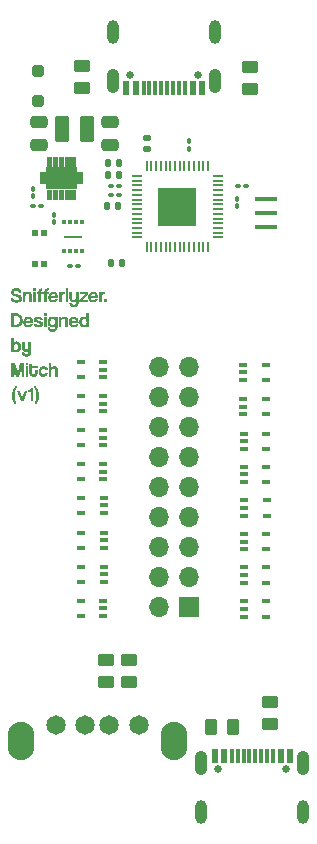
<source format=gbr>
%TF.GenerationSoftware,KiCad,Pcbnew,8.0.2*%
%TF.CreationDate,2024-05-20T21:07:15-07:00*%
%TF.ProjectId,snifferlyzer,736e6966-6665-4726-9c79-7a65722e6b69,rev?*%
%TF.SameCoordinates,Original*%
%TF.FileFunction,Soldermask,Top*%
%TF.FilePolarity,Negative*%
%FSLAX46Y46*%
G04 Gerber Fmt 4.6, Leading zero omitted, Abs format (unit mm)*
G04 Created by KiCad (PCBNEW 8.0.2) date 2024-05-20 21:07:15*
%MOMM*%
%LPD*%
G01*
G04 APERTURE LIST*
G04 Aperture macros list*
%AMRoundRect*
0 Rectangle with rounded corners*
0 $1 Rounding radius*
0 $2 $3 $4 $5 $6 $7 $8 $9 X,Y pos of 4 corners*
0 Add a 4 corners polygon primitive as box body*
4,1,4,$2,$3,$4,$5,$6,$7,$8,$9,$2,$3,0*
0 Add four circle primitives for the rounded corners*
1,1,$1+$1,$2,$3*
1,1,$1+$1,$4,$5*
1,1,$1+$1,$6,$7*
1,1,$1+$1,$8,$9*
0 Add four rect primitives between the rounded corners*
20,1,$1+$1,$2,$3,$4,$5,0*
20,1,$1+$1,$4,$5,$6,$7,0*
20,1,$1+$1,$6,$7,$8,$9,0*
20,1,$1+$1,$8,$9,$2,$3,0*%
G04 Aperture macros list end*
%ADD10C,0.150000*%
%ADD11C,0.010000*%
%ADD12RoundRect,0.100000X0.225000X0.100000X-0.225000X0.100000X-0.225000X-0.100000X0.225000X-0.100000X0*%
%ADD13RoundRect,0.100000X-0.225000X-0.100000X0.225000X-0.100000X0.225000X0.100000X-0.225000X0.100000X0*%
%ADD14R,0.500000X0.550000*%
%ADD15RoundRect,0.250000X-0.450000X0.262500X-0.450000X-0.262500X0.450000X-0.262500X0.450000X0.262500X0*%
%ADD16R,0.300000X0.400000*%
%ADD17R,1.600000X0.200000*%
%ADD18C,1.650000*%
%ADD19O,2.250000X3.250000*%
%ADD20RoundRect,0.100000X0.100000X-0.130000X0.100000X0.130000X-0.100000X0.130000X-0.100000X-0.130000X0*%
%ADD21RoundRect,0.140000X-0.140000X-0.170000X0.140000X-0.170000X0.140000X0.170000X-0.140000X0.170000X0*%
%ADD22R,1.900000X0.400000*%
%ADD23RoundRect,0.140000X0.140000X0.170000X-0.140000X0.170000X-0.140000X-0.170000X0.140000X-0.170000X0*%
%ADD24RoundRect,0.100000X-0.130000X-0.100000X0.130000X-0.100000X0.130000X0.100000X-0.130000X0.100000X0*%
%ADD25RoundRect,0.250000X-0.375000X-0.850000X0.375000X-0.850000X0.375000X0.850000X-0.375000X0.850000X0*%
%ADD26RoundRect,0.100000X0.130000X0.100000X-0.130000X0.100000X-0.130000X-0.100000X0.130000X-0.100000X0*%
%ADD27RoundRect,0.050000X0.050000X-0.387500X0.050000X0.387500X-0.050000X0.387500X-0.050000X-0.387500X0*%
%ADD28RoundRect,0.050000X0.387500X-0.050000X0.387500X0.050000X-0.387500X0.050000X-0.387500X-0.050000X0*%
%ADD29R,3.200000X3.200000*%
%ADD30RoundRect,0.250000X0.475000X-0.250000X0.475000X0.250000X-0.475000X0.250000X-0.475000X-0.250000X0*%
%ADD31R,1.700000X1.700000*%
%ADD32O,1.700000X1.700000*%
%ADD33RoundRect,0.140000X-0.170000X0.140000X-0.170000X-0.140000X0.170000X-0.140000X0.170000X0.140000X0*%
%ADD34RoundRect,0.250000X0.450000X-0.262500X0.450000X0.262500X-0.450000X0.262500X-0.450000X-0.262500X0*%
%ADD35RoundRect,0.250000X-0.262500X-0.450000X0.262500X-0.450000X0.262500X0.450000X-0.262500X0.450000X0*%
%ADD36C,0.650000*%
%ADD37R,0.600000X1.150000*%
%ADD38R,0.300000X1.150000*%
%ADD39O,1.050000X2.100000*%
%ADD40O,1.000000X2.000000*%
%ADD41RoundRect,0.100000X-0.100000X0.130000X-0.100000X-0.130000X0.100000X-0.130000X0.100000X0.130000X0*%
%ADD42RoundRect,0.250000X-0.475000X0.250000X-0.475000X-0.250000X0.475000X-0.250000X0.475000X0.250000X0*%
%ADD43RoundRect,0.250000X0.250000X-0.250000X0.250000X0.250000X-0.250000X0.250000X-0.250000X-0.250000X0*%
G04 APERTURE END LIST*
D10*
G36*
X189803438Y-113282487D02*
G01*
X189792971Y-113202981D01*
X189768190Y-113130326D01*
X189729405Y-113065679D01*
X189676928Y-113010194D01*
X189611070Y-112965028D01*
X189553083Y-112938619D01*
X189487875Y-112919153D01*
X189415578Y-112907115D01*
X189336324Y-112902994D01*
X189260297Y-112906847D01*
X189191755Y-112918104D01*
X189130696Y-112936312D01*
X189060923Y-112970620D01*
X189004447Y-113015407D01*
X188961266Y-113069600D01*
X188931375Y-113132126D01*
X188914771Y-113201911D01*
X188911036Y-113258368D01*
X188916097Y-113322059D01*
X188935188Y-113387557D01*
X188967897Y-113442418D01*
X189013608Y-113488009D01*
X189071707Y-113525692D01*
X189105209Y-113541995D01*
X189169561Y-113566729D01*
X189231984Y-113585495D01*
X189292076Y-113600739D01*
X189359957Y-113616291D01*
X189423641Y-113630227D01*
X189483976Y-113645985D01*
X189544594Y-113672104D01*
X189591497Y-113718221D01*
X189604075Y-113775552D01*
X189592465Y-113836312D01*
X189551939Y-113889630D01*
X189494134Y-113920841D01*
X189429056Y-113935177D01*
X189378150Y-113937973D01*
X189309430Y-113932776D01*
X189249846Y-113917595D01*
X189191686Y-113887064D01*
X189144210Y-113835810D01*
X189121054Y-113769326D01*
X189119253Y-113747769D01*
X188884780Y-113747769D01*
X188891279Y-113817048D01*
X188907504Y-113879436D01*
X188943351Y-113951930D01*
X188994291Y-114012244D01*
X189059068Y-114060417D01*
X189115976Y-114088603D01*
X189179431Y-114109998D01*
X189248904Y-114124619D01*
X189323864Y-114132482D01*
X189376624Y-114133978D01*
X189450710Y-114130962D01*
X189520095Y-114121827D01*
X189584213Y-114106443D01*
X189642499Y-114084680D01*
X189710168Y-114045517D01*
X189765129Y-113994475D01*
X189806043Y-113931247D01*
X189831573Y-113855526D01*
X189839819Y-113790351D01*
X189840380Y-113767003D01*
X189834705Y-113697204D01*
X189814238Y-113629089D01*
X189781109Y-113575577D01*
X189729612Y-113528123D01*
X189667859Y-113492852D01*
X189658419Y-113488567D01*
X189596477Y-113464457D01*
X189535602Y-113445061D01*
X189469162Y-113426546D01*
X189398691Y-113408632D01*
X189337992Y-113393962D01*
X189313426Y-113388122D01*
X189248734Y-113369373D01*
X189192777Y-113343637D01*
X189145948Y-113297178D01*
X189133297Y-113242797D01*
X189150166Y-113179118D01*
X189200150Y-113134833D01*
X189261320Y-113114710D01*
X189328910Y-113107995D01*
X189341514Y-113107853D01*
X189405031Y-113112047D01*
X189467182Y-113128228D01*
X189521085Y-113162643D01*
X189555902Y-113213993D01*
X189572629Y-113282487D01*
X189803438Y-113282487D01*
G37*
G36*
X190684544Y-114094900D02*
G01*
X190684544Y-113502305D01*
X190679041Y-113436342D01*
X190657631Y-113365588D01*
X190621714Y-113308108D01*
X190573042Y-113264195D01*
X190513369Y-113234144D01*
X190444451Y-113218247D01*
X190399391Y-113215625D01*
X190338214Y-113219439D01*
X190274100Y-113233893D01*
X190211341Y-113263949D01*
X190160618Y-113307702D01*
X190120954Y-113364613D01*
X190120954Y-113235165D01*
X189904188Y-113235165D01*
X189904188Y-114094900D01*
X190131640Y-114094900D01*
X190131640Y-113602445D01*
X190137750Y-113535608D01*
X190160455Y-113474967D01*
X190207226Y-113428642D01*
X190266629Y-113408321D01*
X190308410Y-113405219D01*
X190369829Y-113411098D01*
X190426665Y-113445118D01*
X190450997Y-113509545D01*
X190455261Y-113574357D01*
X190455261Y-114094900D01*
X190684544Y-114094900D01*
G37*
G36*
X191016104Y-114094900D02*
G01*
X191016104Y-113235165D01*
X190788653Y-113235165D01*
X190788653Y-114094900D01*
X191016104Y-114094900D01*
G37*
G36*
X191016104Y-113134415D02*
G01*
X191016104Y-112922534D01*
X190788653Y-112922534D01*
X190788653Y-113134415D01*
X191016104Y-113134415D01*
G37*
G36*
X191432538Y-114094900D02*
G01*
X191432538Y-113396365D01*
X191579389Y-113396365D01*
X191579389Y-113235165D01*
X191432538Y-113235165D01*
X191438444Y-113173818D01*
X191478662Y-113121332D01*
X191544040Y-113107177D01*
X191574199Y-113106327D01*
X191574199Y-112922534D01*
X191508529Y-112925301D01*
X191431154Y-112937585D01*
X191365375Y-112959665D01*
X191311146Y-112991512D01*
X191259530Y-113045013D01*
X191225799Y-113113675D01*
X191211628Y-113179482D01*
X191208445Y-113235165D01*
X191080523Y-113235165D01*
X191080523Y-113396365D01*
X191208445Y-113396365D01*
X191208445Y-114094900D01*
X191432538Y-114094900D01*
G37*
G36*
X191947890Y-114094900D02*
G01*
X191947890Y-113396365D01*
X192094741Y-113396365D01*
X192094741Y-113235165D01*
X191947890Y-113235165D01*
X191953796Y-113173818D01*
X191994014Y-113121332D01*
X192059392Y-113107177D01*
X192089551Y-113106327D01*
X192089551Y-112922534D01*
X192023882Y-112925301D01*
X191946506Y-112937585D01*
X191880727Y-112959665D01*
X191826498Y-112991512D01*
X191774883Y-113045013D01*
X191741151Y-113113675D01*
X191726981Y-113179482D01*
X191723798Y-113235165D01*
X191595875Y-113235165D01*
X191595875Y-113396365D01*
X191723798Y-113396365D01*
X191723798Y-114094900D01*
X191947890Y-114094900D01*
G37*
G36*
X192516641Y-113216128D02*
G01*
X192585438Y-113223655D01*
X192647591Y-113240186D01*
X192719989Y-113276176D01*
X192780246Y-113328036D01*
X192817356Y-113377297D01*
X192847449Y-113435408D01*
X192870446Y-113502334D01*
X192886267Y-113578043D01*
X192894830Y-113662501D01*
X192896469Y-113723650D01*
X192303264Y-113723650D01*
X192311303Y-113780161D01*
X192332875Y-113838027D01*
X192373110Y-113889945D01*
X192427928Y-113922826D01*
X192495605Y-113934310D01*
X192560770Y-113924057D01*
X192617720Y-113890994D01*
X192649783Y-113838139D01*
X192884256Y-113838139D01*
X192873377Y-113870373D01*
X192845626Y-113929279D01*
X192810343Y-113980552D01*
X192756489Y-114033511D01*
X192692804Y-114073625D01*
X192635501Y-114096125D01*
X192573146Y-114109817D01*
X192506291Y-114114439D01*
X192429352Y-114110298D01*
X192359967Y-114097894D01*
X192298139Y-114077256D01*
X192243871Y-114048413D01*
X192183279Y-113997241D01*
X192136140Y-113931600D01*
X192109618Y-113872915D01*
X192090669Y-113806159D01*
X192079298Y-113731359D01*
X192075507Y-113648546D01*
X192077283Y-113600616D01*
X192080072Y-113580158D01*
X192310286Y-113580158D01*
X192661995Y-113580158D01*
X192661419Y-113568697D01*
X192645366Y-113498971D01*
X192605667Y-113441512D01*
X192549940Y-113407351D01*
X192485225Y-113396060D01*
X192460089Y-113397838D01*
X192399004Y-113419376D01*
X192350370Y-113463847D01*
X192321808Y-113520087D01*
X192310286Y-113580158D01*
X192080072Y-113580158D01*
X192086512Y-113532929D01*
X192103443Y-113470649D01*
X192127876Y-113414181D01*
X192171780Y-113348631D01*
X192228196Y-113295092D01*
X192296651Y-113254522D01*
X192355609Y-113233182D01*
X192420874Y-113220082D01*
X192492247Y-113215625D01*
X192516641Y-113216128D01*
G37*
G36*
X193201772Y-114094900D02*
G01*
X193201772Y-113650072D01*
X193208979Y-113580094D01*
X193235747Y-113516554D01*
X193282526Y-113472635D01*
X193349563Y-113448472D01*
X193409989Y-113443382D01*
X193470908Y-113448262D01*
X193472882Y-113448572D01*
X193472882Y-113215625D01*
X193443267Y-113215625D01*
X193374746Y-113219098D01*
X193308857Y-113235394D01*
X193253905Y-113267101D01*
X193209175Y-113311942D01*
X193187728Y-113341716D01*
X193187728Y-113235165D01*
X192974321Y-113235165D01*
X192974321Y-114094900D01*
X193201772Y-114094900D01*
G37*
G36*
X193763531Y-114094900D02*
G01*
X193763531Y-112922534D01*
X193536080Y-112922534D01*
X193536080Y-114094900D01*
X193763531Y-114094900D01*
G37*
G36*
X194407416Y-114113523D02*
G01*
X194399915Y-114176138D01*
X194374685Y-114235727D01*
X194329401Y-114283659D01*
X194272744Y-114307252D01*
X194249879Y-114309223D01*
X194189182Y-114302402D01*
X194127788Y-114273302D01*
X194088718Y-114223515D01*
X194071974Y-114155417D01*
X194071277Y-114135810D01*
X193859701Y-114135810D01*
X193863063Y-114198397D01*
X193877986Y-114273802D01*
X193904804Y-114339534D01*
X193943478Y-114395071D01*
X193993968Y-114439891D01*
X194056236Y-114473472D01*
X194130241Y-114495290D01*
X194193424Y-114503621D01*
X194239194Y-114505227D01*
X194319570Y-114498645D01*
X194394140Y-114479129D01*
X194461390Y-114447026D01*
X194519806Y-114402684D01*
X194567875Y-114346449D01*
X194604084Y-114278668D01*
X194622547Y-114220465D01*
X194632849Y-114156109D01*
X194634867Y-114109859D01*
X194634867Y-113235165D01*
X194407416Y-113235165D01*
X194407416Y-113752654D01*
X194394593Y-113815971D01*
X194358644Y-113866265D01*
X194303346Y-113899443D01*
X194242058Y-113911216D01*
X194232477Y-113911412D01*
X194169069Y-113901375D01*
X194115100Y-113860842D01*
X194090726Y-113798118D01*
X194087152Y-113752654D01*
X194087152Y-113235165D01*
X193859701Y-113235165D01*
X193859701Y-113785322D01*
X193865838Y-113852357D01*
X193883553Y-113912648D01*
X193920386Y-113977497D01*
X193971637Y-114029432D01*
X194035264Y-114067131D01*
X194093706Y-114086153D01*
X194157718Y-114094543D01*
X194174469Y-114094900D01*
X194242307Y-114088516D01*
X194303436Y-114069954D01*
X194360976Y-114034959D01*
X194400792Y-113986526D01*
X194407416Y-113972473D01*
X194407416Y-114113523D01*
G37*
G36*
X195450028Y-114094900D02*
G01*
X195450028Y-113909580D01*
X194998484Y-113909580D01*
X195437815Y-113418957D01*
X195437815Y-113235165D01*
X194737754Y-113235165D01*
X194737754Y-113415599D01*
X195147166Y-113415599D01*
X194707835Y-113919961D01*
X194707835Y-114094900D01*
X195450028Y-114094900D01*
G37*
G36*
X195903068Y-113216128D02*
G01*
X195971865Y-113223655D01*
X196034018Y-113240186D01*
X196106416Y-113276176D01*
X196166673Y-113328036D01*
X196203783Y-113377297D01*
X196233876Y-113435408D01*
X196256873Y-113502334D01*
X196272694Y-113578043D01*
X196281257Y-113662501D01*
X196282896Y-113723650D01*
X195689691Y-113723650D01*
X195697730Y-113780161D01*
X195719302Y-113838027D01*
X195759537Y-113889945D01*
X195814355Y-113922826D01*
X195882032Y-113934310D01*
X195947197Y-113924057D01*
X196004147Y-113890994D01*
X196036210Y-113838139D01*
X196270684Y-113838139D01*
X196259804Y-113870373D01*
X196232053Y-113929279D01*
X196196770Y-113980552D01*
X196142916Y-114033511D01*
X196079231Y-114073625D01*
X196021928Y-114096125D01*
X195959573Y-114109817D01*
X195892718Y-114114439D01*
X195815779Y-114110298D01*
X195746394Y-114097894D01*
X195684566Y-114077256D01*
X195630299Y-114048413D01*
X195569707Y-113997241D01*
X195522567Y-113931600D01*
X195496045Y-113872915D01*
X195477097Y-113806159D01*
X195465725Y-113731359D01*
X195461934Y-113648546D01*
X195463710Y-113600616D01*
X195466499Y-113580158D01*
X195696713Y-113580158D01*
X196048423Y-113580158D01*
X196047846Y-113568697D01*
X196031793Y-113498971D01*
X195992094Y-113441512D01*
X195936367Y-113407351D01*
X195871652Y-113396060D01*
X195846516Y-113397838D01*
X195785431Y-113419376D01*
X195736797Y-113463847D01*
X195708235Y-113520087D01*
X195696713Y-113580158D01*
X195466499Y-113580158D01*
X195472939Y-113532929D01*
X195489870Y-113470649D01*
X195514303Y-113414181D01*
X195558207Y-113348631D01*
X195614623Y-113295092D01*
X195683078Y-113254522D01*
X195742036Y-113233182D01*
X195807301Y-113220082D01*
X195878674Y-113215625D01*
X195903068Y-113216128D01*
G37*
G36*
X196588199Y-114094900D02*
G01*
X196588199Y-113650072D01*
X196595406Y-113580094D01*
X196622174Y-113516554D01*
X196668953Y-113472635D01*
X196735990Y-113448472D01*
X196796416Y-113443382D01*
X196857335Y-113448262D01*
X196859309Y-113448572D01*
X196859309Y-113215625D01*
X196829694Y-113215625D01*
X196761173Y-113219098D01*
X196695284Y-113235394D01*
X196640332Y-113267101D01*
X196595602Y-113311942D01*
X196574155Y-113341716D01*
X196574155Y-113235165D01*
X196360748Y-113235165D01*
X196360748Y-114094900D01*
X196588199Y-114094900D01*
G37*
G36*
X197011350Y-114094900D02*
G01*
X197011350Y-113858900D01*
X196768023Y-113858900D01*
X196768023Y-114094900D01*
X197011350Y-114094900D01*
G37*
G36*
X189393651Y-115042701D02*
G01*
X189477939Y-115052004D01*
X189556565Y-115072122D01*
X189628870Y-115102653D01*
X189694195Y-115143197D01*
X189751880Y-115193351D01*
X189801266Y-115252715D01*
X189841692Y-115320886D01*
X189872499Y-115397463D01*
X189893029Y-115482046D01*
X189900679Y-115542682D01*
X189903272Y-115606580D01*
X189900939Y-115670744D01*
X189888923Y-115761735D01*
X189867132Y-115845852D01*
X189836068Y-115922458D01*
X189796231Y-115990917D01*
X189748122Y-116050591D01*
X189692243Y-116100843D01*
X189629095Y-116141037D01*
X189559180Y-116170536D01*
X189482997Y-116188703D01*
X189401048Y-116194900D01*
X188914394Y-116194900D01*
X188914394Y-115997368D01*
X189150699Y-115997368D01*
X189351894Y-115997368D01*
X189371405Y-115996983D01*
X189442472Y-115987746D01*
X189502644Y-115966230D01*
X189563070Y-115922141D01*
X189600007Y-115873171D01*
X189627188Y-115812073D01*
X189644963Y-115738895D01*
X189652332Y-115676112D01*
X189654755Y-115606580D01*
X189652315Y-115537663D01*
X189641164Y-115458124D01*
X189620445Y-115392133D01*
X189580185Y-115327761D01*
X189522886Y-115282396D01*
X189463999Y-115258981D01*
X189392871Y-115246346D01*
X189331134Y-115243574D01*
X189150699Y-115243574D01*
X189150699Y-115997368D01*
X188914394Y-115997368D01*
X188914394Y-115042073D01*
X189364412Y-115042073D01*
X189393651Y-115042701D01*
G37*
G36*
X190402719Y-115316128D02*
G01*
X190471516Y-115323655D01*
X190533669Y-115340186D01*
X190606067Y-115376176D01*
X190666324Y-115428036D01*
X190703434Y-115477297D01*
X190733527Y-115535408D01*
X190756524Y-115602334D01*
X190772345Y-115678043D01*
X190780908Y-115762501D01*
X190782547Y-115823650D01*
X190189342Y-115823650D01*
X190197381Y-115880161D01*
X190218953Y-115938027D01*
X190259188Y-115989945D01*
X190314006Y-116022826D01*
X190381683Y-116034310D01*
X190446848Y-116024057D01*
X190503798Y-115990994D01*
X190535861Y-115938139D01*
X190770335Y-115938139D01*
X190759455Y-115970373D01*
X190731704Y-116029279D01*
X190696421Y-116080552D01*
X190642567Y-116133511D01*
X190578882Y-116173625D01*
X190521579Y-116196125D01*
X190459224Y-116209817D01*
X190392369Y-116214439D01*
X190315430Y-116210298D01*
X190246045Y-116197894D01*
X190184218Y-116177256D01*
X190129950Y-116148413D01*
X190069358Y-116097241D01*
X190022218Y-116031600D01*
X189995696Y-115972915D01*
X189976748Y-115906159D01*
X189965377Y-115831359D01*
X189961585Y-115748546D01*
X189963361Y-115700616D01*
X189966150Y-115680158D01*
X190196364Y-115680158D01*
X190548074Y-115680158D01*
X190547497Y-115668697D01*
X190531444Y-115598971D01*
X190491745Y-115541512D01*
X190436018Y-115507351D01*
X190371303Y-115496060D01*
X190346167Y-115497838D01*
X190285082Y-115519376D01*
X190236448Y-115563847D01*
X190207886Y-115620087D01*
X190196364Y-115680158D01*
X189966150Y-115680158D01*
X189972590Y-115632929D01*
X189989521Y-115570649D01*
X190013954Y-115514181D01*
X190057858Y-115448631D01*
X190114274Y-115395092D01*
X190182729Y-115354522D01*
X190241687Y-115333182D01*
X190306952Y-115320082D01*
X190378325Y-115315625D01*
X190402719Y-115316128D01*
G37*
G36*
X191597097Y-115597726D02*
G01*
X191587766Y-115532836D01*
X191562286Y-115463222D01*
X191520674Y-115406659D01*
X191462089Y-115363439D01*
X191402437Y-115338669D01*
X191330958Y-115322777D01*
X191269328Y-115316774D01*
X191224321Y-115315625D01*
X191154715Y-115318476D01*
X191093378Y-115326774D01*
X191023925Y-115345656D01*
X190967884Y-115372645D01*
X190915572Y-115416409D01*
X190881627Y-115469670D01*
X190864610Y-115530668D01*
X190861926Y-115570248D01*
X190869134Y-115631620D01*
X190896744Y-115693310D01*
X190942802Y-115742178D01*
X190970614Y-115761674D01*
X191027776Y-115791084D01*
X191091248Y-115814267D01*
X191160036Y-115834145D01*
X191231098Y-115852102D01*
X191257599Y-115858455D01*
X191322280Y-115876293D01*
X191378644Y-115909347D01*
X191395902Y-115954931D01*
X191368950Y-116011023D01*
X191308061Y-116037087D01*
X191243555Y-116043164D01*
X191177509Y-116036517D01*
X191118873Y-116013416D01*
X191074492Y-115963211D01*
X191064953Y-115915241D01*
X190830479Y-115915241D01*
X190838515Y-115978324D01*
X190859674Y-116035793D01*
X190893656Y-116086787D01*
X190940160Y-116130442D01*
X190998885Y-116165897D01*
X191069532Y-116192290D01*
X191130160Y-116205619D01*
X191197197Y-116213001D01*
X191245387Y-116214439D01*
X191311243Y-116211658D01*
X191389583Y-116199504D01*
X191456912Y-116178069D01*
X191513023Y-116147756D01*
X191567071Y-116097997D01*
X191602860Y-116035789D01*
X191619987Y-115961921D01*
X191621521Y-115929285D01*
X191614354Y-115864060D01*
X191589183Y-115805320D01*
X191546831Y-115760830D01*
X191488271Y-115727871D01*
X191479860Y-115724427D01*
X191417941Y-115704043D01*
X191354714Y-115686952D01*
X191294689Y-115671619D01*
X191231661Y-115654926D01*
X191222489Y-115652375D01*
X191161486Y-115633394D01*
X191105857Y-115604613D01*
X191082660Y-115555899D01*
X191117808Y-115502128D01*
X191179836Y-115487211D01*
X191217299Y-115485679D01*
X191284256Y-115491618D01*
X191341011Y-115518191D01*
X191373862Y-115577051D01*
X191378194Y-115599252D01*
X191597097Y-115597726D01*
G37*
G36*
X191918581Y-116194900D02*
G01*
X191918581Y-115335165D01*
X191691130Y-115335165D01*
X191691130Y-116194900D01*
X191918581Y-116194900D01*
G37*
G36*
X191918581Y-115234415D02*
G01*
X191918581Y-115022534D01*
X191691130Y-115022534D01*
X191691130Y-115234415D01*
X191918581Y-115234415D01*
G37*
G36*
X192400482Y-115316119D02*
G01*
X192465041Y-115325623D01*
X192528945Y-115351297D01*
X192582777Y-115392771D01*
X192622001Y-115442021D01*
X192622001Y-115335165D01*
X192849452Y-115335165D01*
X192849452Y-116196731D01*
X192848902Y-116221541D01*
X192840863Y-116291421D01*
X192823770Y-116354434D01*
X192788077Y-116427676D01*
X192739123Y-116488485D01*
X192678530Y-116536733D01*
X192607918Y-116572290D01*
X192549359Y-116590552D01*
X192486761Y-116601550D01*
X192420806Y-116605227D01*
X192376580Y-116603622D01*
X192313382Y-116595295D01*
X192235856Y-116573499D01*
X192167249Y-116539973D01*
X192108892Y-116495254D01*
X192062117Y-116439879D01*
X192028254Y-116374384D01*
X192008634Y-116299306D01*
X192004066Y-116237031D01*
X192215947Y-116237031D01*
X192217897Y-116266252D01*
X192236842Y-116324859D01*
X192280772Y-116374095D01*
X192336144Y-116400230D01*
X192404930Y-116409223D01*
X192469744Y-116401507D01*
X192526608Y-116379180D01*
X192579085Y-116336309D01*
X192612302Y-116277183D01*
X192622001Y-116215050D01*
X192622001Y-116072473D01*
X192615396Y-116086526D01*
X192575827Y-116134959D01*
X192518184Y-116169954D01*
X192456024Y-116188516D01*
X192385696Y-116194900D01*
X192310748Y-116189382D01*
X192245156Y-116173525D01*
X192188486Y-116148371D01*
X192126056Y-116102173D01*
X192077692Y-116043775D01*
X192042366Y-115975647D01*
X192019052Y-115900263D01*
X192006723Y-115820094D01*
X192004512Y-115768696D01*
X192240371Y-115768696D01*
X192240611Y-115782730D01*
X192248715Y-115847806D01*
X192272346Y-115913682D01*
X192309162Y-115964681D01*
X192365978Y-116003187D01*
X192434544Y-116016602D01*
X192444826Y-116016336D01*
X192511557Y-116000106D01*
X192566542Y-115960516D01*
X192601591Y-115909879D01*
X192623092Y-115845480D01*
X192629023Y-115782434D01*
X192628264Y-115748991D01*
X192619728Y-115675217D01*
X192596956Y-115604997D01*
X192560505Y-115554406D01*
X192500674Y-115519711D01*
X192434544Y-115510409D01*
X192400267Y-115512635D01*
X192332960Y-115535263D01*
X192283678Y-115582577D01*
X192256043Y-115643042D01*
X192243480Y-115707634D01*
X192240371Y-115768696D01*
X192004512Y-115768696D01*
X192004066Y-115758315D01*
X192008396Y-115686795D01*
X192020963Y-115620076D01*
X192041133Y-115558648D01*
X192068273Y-115502996D01*
X192114205Y-115438624D01*
X192169896Y-115386546D01*
X192233845Y-115347916D01*
X192304549Y-115323891D01*
X192380506Y-115315625D01*
X192400482Y-115316119D01*
G37*
G36*
X193729031Y-116194900D02*
G01*
X193729031Y-115602305D01*
X193723528Y-115536342D01*
X193702118Y-115465588D01*
X193666201Y-115408108D01*
X193617529Y-115364195D01*
X193557856Y-115334144D01*
X193488938Y-115318247D01*
X193443878Y-115315625D01*
X193382701Y-115319439D01*
X193318587Y-115333893D01*
X193255828Y-115363949D01*
X193205105Y-115407702D01*
X193165441Y-115464613D01*
X193165441Y-115335165D01*
X192948675Y-115335165D01*
X192948675Y-116194900D01*
X193176127Y-116194900D01*
X193176127Y-115702445D01*
X193182237Y-115635608D01*
X193204942Y-115574967D01*
X193251713Y-115528642D01*
X193311116Y-115508321D01*
X193352897Y-115505219D01*
X193414316Y-115511098D01*
X193471152Y-115545118D01*
X193495484Y-115609545D01*
X193499748Y-115674357D01*
X193499748Y-116194900D01*
X193729031Y-116194900D01*
G37*
G36*
X194249544Y-115316128D02*
G01*
X194318341Y-115323655D01*
X194380494Y-115340186D01*
X194452892Y-115376176D01*
X194513149Y-115428036D01*
X194550259Y-115477297D01*
X194580352Y-115535408D01*
X194603349Y-115602334D01*
X194619170Y-115678043D01*
X194627733Y-115762501D01*
X194629372Y-115823650D01*
X194036167Y-115823650D01*
X194044206Y-115880161D01*
X194065778Y-115938027D01*
X194106013Y-115989945D01*
X194160831Y-116022826D01*
X194228508Y-116034310D01*
X194293673Y-116024057D01*
X194350623Y-115990994D01*
X194382686Y-115938139D01*
X194617159Y-115938139D01*
X194606280Y-115970373D01*
X194578529Y-116029279D01*
X194543246Y-116080552D01*
X194489392Y-116133511D01*
X194425707Y-116173625D01*
X194368404Y-116196125D01*
X194306049Y-116209817D01*
X194239194Y-116214439D01*
X194162255Y-116210298D01*
X194092870Y-116197894D01*
X194031042Y-116177256D01*
X193976774Y-116148413D01*
X193916182Y-116097241D01*
X193869043Y-116031600D01*
X193842521Y-115972915D01*
X193823572Y-115906159D01*
X193812201Y-115831359D01*
X193808410Y-115748546D01*
X193810186Y-115700616D01*
X193812975Y-115680158D01*
X194043189Y-115680158D01*
X194394898Y-115680158D01*
X194394322Y-115668697D01*
X194378269Y-115598971D01*
X194338570Y-115541512D01*
X194282843Y-115507351D01*
X194218128Y-115496060D01*
X194192992Y-115497838D01*
X194131907Y-115519376D01*
X194083273Y-115563847D01*
X194054711Y-115620087D01*
X194043189Y-115680158D01*
X193812975Y-115680158D01*
X193819415Y-115632929D01*
X193836346Y-115570649D01*
X193860779Y-115514181D01*
X193904683Y-115448631D01*
X193961099Y-115395092D01*
X194029554Y-115354522D01*
X194088512Y-115333182D01*
X194153777Y-115320082D01*
X194225150Y-115315625D01*
X194249544Y-115316128D01*
G37*
G36*
X195522690Y-116194900D02*
G01*
X195303787Y-116194900D01*
X195302261Y-116086822D01*
X195291764Y-116102695D01*
X195250218Y-116149621D01*
X195193694Y-116187289D01*
X195127689Y-116208618D01*
X195062292Y-116214439D01*
X194983951Y-116206523D01*
X194912469Y-116183226D01*
X194848951Y-116145225D01*
X194794503Y-116093195D01*
X194750229Y-116027813D01*
X194724367Y-115970421D01*
X194705317Y-115906184D01*
X194693544Y-115835387D01*
X194690234Y-115772054D01*
X194920631Y-115772054D01*
X194920866Y-115786142D01*
X194928818Y-115852123D01*
X194952123Y-115920072D01*
X194988662Y-115973572D01*
X195045504Y-116014616D01*
X195114804Y-116029120D01*
X195124919Y-116028828D01*
X195190758Y-116011236D01*
X195245245Y-115968990D01*
X195280094Y-115915876D01*
X195301527Y-115849541D01*
X195307451Y-115785793D01*
X195305747Y-115736383D01*
X195295367Y-115664921D01*
X195275630Y-115607032D01*
X195239700Y-115555424D01*
X195181068Y-115519743D01*
X195116636Y-115510104D01*
X195069996Y-115514222D01*
X195012192Y-115535808D01*
X194962843Y-115584275D01*
X194935719Y-115645694D01*
X194923594Y-115710835D01*
X194920631Y-115772054D01*
X194690234Y-115772054D01*
X194689516Y-115758315D01*
X194691045Y-115710679D01*
X194698978Y-115642873D01*
X194713502Y-115579923D01*
X194742775Y-115504472D01*
X194782939Y-115439884D01*
X194833522Y-115387431D01*
X194894051Y-115348388D01*
X194964053Y-115324028D01*
X195043058Y-115315625D01*
X195082063Y-115317692D01*
X195145285Y-115331334D01*
X195202295Y-115357900D01*
X195253322Y-115397581D01*
X195298597Y-115450569D01*
X195298597Y-115022534D01*
X195522690Y-115022534D01*
X195522690Y-116194900D01*
G37*
G36*
X189143677Y-117550569D02*
G01*
X189168870Y-117518650D01*
X189217462Y-117473289D01*
X189271936Y-117441126D01*
X189332463Y-117421968D01*
X189399216Y-117415625D01*
X189459295Y-117420380D01*
X189531593Y-117440853D01*
X189594534Y-117476289D01*
X189647648Y-117525394D01*
X189690461Y-117586874D01*
X189722501Y-117659431D01*
X189739177Y-117720341D01*
X189749330Y-117786207D01*
X189752758Y-117856484D01*
X189748730Y-117934023D01*
X189736958Y-118005201D01*
X189717907Y-118069741D01*
X189692045Y-118127366D01*
X189647772Y-118192966D01*
X189593323Y-118245128D01*
X189529805Y-118283198D01*
X189458323Y-118306520D01*
X189379982Y-118314439D01*
X189360580Y-118313969D01*
X189297263Y-118304866D01*
X189233721Y-118280027D01*
X189179695Y-118239459D01*
X189140319Y-118190791D01*
X189138487Y-118294900D01*
X188919890Y-118294900D01*
X188919890Y-117885793D01*
X189135129Y-117885793D01*
X189135373Y-117899089D01*
X189143591Y-117961419D01*
X189167409Y-118025707D01*
X189204228Y-118076399D01*
X189260473Y-118115342D01*
X189327470Y-118129120D01*
X189358574Y-118126391D01*
X189422966Y-118100060D01*
X189467261Y-118057488D01*
X189499545Y-117998913D01*
X189515940Y-117939557D01*
X189521643Y-117872054D01*
X189520904Y-117840434D01*
X189512538Y-117770230D01*
X189490013Y-117702714D01*
X189453593Y-117653515D01*
X189393156Y-117619365D01*
X189325638Y-117610104D01*
X189291874Y-117612512D01*
X189225715Y-117636903D01*
X189177416Y-117687668D01*
X189150407Y-117752259D01*
X189138156Y-117821003D01*
X189135129Y-117885793D01*
X188919890Y-117885793D01*
X188919890Y-117122534D01*
X189143677Y-117122534D01*
X189143677Y-117550569D01*
G37*
G36*
X190384736Y-118313523D02*
G01*
X190377236Y-118376138D01*
X190352005Y-118435727D01*
X190306721Y-118483659D01*
X190250064Y-118507252D01*
X190227200Y-118509223D01*
X190166503Y-118502402D01*
X190105108Y-118473302D01*
X190066039Y-118423515D01*
X190049295Y-118355417D01*
X190048597Y-118335810D01*
X189837022Y-118335810D01*
X189840384Y-118398397D01*
X189855306Y-118473802D01*
X189882124Y-118539534D01*
X189920798Y-118595071D01*
X189971288Y-118639891D01*
X190033556Y-118673472D01*
X190107561Y-118695290D01*
X190170744Y-118703621D01*
X190216514Y-118705227D01*
X190296890Y-118698645D01*
X190371460Y-118679129D01*
X190438710Y-118647026D01*
X190497126Y-118602684D01*
X190545195Y-118546449D01*
X190581404Y-118478668D01*
X190599867Y-118420465D01*
X190610169Y-118356109D01*
X190612187Y-118309859D01*
X190612187Y-117435165D01*
X190384736Y-117435165D01*
X190384736Y-117952654D01*
X190371913Y-118015971D01*
X190335964Y-118066265D01*
X190280666Y-118099443D01*
X190219378Y-118111216D01*
X190209797Y-118111412D01*
X190146390Y-118101375D01*
X190092420Y-118060842D01*
X190068046Y-117998118D01*
X190064473Y-117952654D01*
X190064473Y-117435165D01*
X189837022Y-117435165D01*
X189837022Y-117985322D01*
X189843159Y-118052357D01*
X189860873Y-118112648D01*
X189897706Y-118177497D01*
X189948957Y-118229432D01*
X190012584Y-118267131D01*
X190071026Y-118286153D01*
X190135038Y-118294543D01*
X190151790Y-118294900D01*
X190219627Y-118288516D01*
X190280756Y-118269954D01*
X190338296Y-118234959D01*
X190378112Y-118186526D01*
X190384736Y-118172473D01*
X190384736Y-118313523D01*
G37*
G36*
X190041575Y-120394900D02*
G01*
X190041575Y-119242073D01*
X189691697Y-119242073D01*
X189481648Y-120087764D01*
X189271599Y-119242073D01*
X188914394Y-119242073D01*
X188914394Y-120394900D01*
X189140319Y-120394900D01*
X189140319Y-119608743D01*
X189355558Y-120394900D01*
X189597053Y-120394900D01*
X189814124Y-119605079D01*
X189814124Y-120394900D01*
X190041575Y-120394900D01*
G37*
G36*
X190368860Y-120394900D02*
G01*
X190368860Y-119535165D01*
X190141409Y-119535165D01*
X190141409Y-120394900D01*
X190368860Y-120394900D01*
G37*
G36*
X190368860Y-119434415D02*
G01*
X190368860Y-119222534D01*
X190141409Y-119222534D01*
X190141409Y-119434415D01*
X190368860Y-119434415D01*
G37*
G36*
X190960233Y-120050212D02*
G01*
X190954115Y-120113086D01*
X190927795Y-120173287D01*
X190873190Y-120210602D01*
X190827121Y-120216908D01*
X190761354Y-120202449D01*
X190715951Y-120154421D01*
X190698719Y-120093874D01*
X190695841Y-120046853D01*
X190695841Y-119696365D01*
X191172114Y-119696365D01*
X191172114Y-119535165D01*
X190695841Y-119535165D01*
X190695841Y-119300692D01*
X190472053Y-119300692D01*
X190472053Y-120069446D01*
X190476822Y-120137126D01*
X190491545Y-120201017D01*
X190516843Y-120259506D01*
X190553340Y-120310979D01*
X190601658Y-120353822D01*
X190662419Y-120386423D01*
X190736247Y-120407166D01*
X190800566Y-120413972D01*
X190823763Y-120414439D01*
X190888579Y-120410268D01*
X190963940Y-120392594D01*
X191027018Y-120362632D01*
X191078203Y-120322078D01*
X191117883Y-120272628D01*
X191146451Y-120215978D01*
X191164295Y-120153823D01*
X191171805Y-120087860D01*
X191172114Y-120070972D01*
X191172114Y-119828256D01*
X190960233Y-119828256D01*
X190960233Y-120050212D01*
G37*
G36*
X191810504Y-120080437D02*
G01*
X191793068Y-120142270D01*
X191750965Y-120191616D01*
X191690429Y-120218693D01*
X191642587Y-120223930D01*
X191578564Y-120207023D01*
X191530848Y-120164259D01*
X191499522Y-120106581D01*
X191482223Y-120043544D01*
X191474593Y-119966778D01*
X191474365Y-119949767D01*
X191477938Y-119886214D01*
X191491698Y-119822045D01*
X191519998Y-119765495D01*
X191566214Y-119724500D01*
X191631742Y-119705634D01*
X191649609Y-119704913D01*
X191716296Y-119717022D01*
X191768787Y-119751933D01*
X191802885Y-119807530D01*
X191812336Y-119846574D01*
X192041619Y-119846574D01*
X192029999Y-119774063D01*
X192006194Y-119709212D01*
X191970983Y-119652639D01*
X191925145Y-119604965D01*
X191869462Y-119566807D01*
X191804713Y-119538785D01*
X191731677Y-119521518D01*
X191651135Y-119515625D01*
X191585406Y-119519212D01*
X191524324Y-119530085D01*
X191450797Y-119556213D01*
X191387179Y-119596002D01*
X191334410Y-119649857D01*
X191293432Y-119718182D01*
X191271002Y-119779166D01*
X191256130Y-119848687D01*
X191249214Y-119926916D01*
X191248745Y-119954957D01*
X191252916Y-120036484D01*
X191265139Y-120110164D01*
X191284984Y-120175961D01*
X191312018Y-120233836D01*
X191358502Y-120298614D01*
X191415976Y-120349153D01*
X191483419Y-120385364D01*
X191559805Y-120407155D01*
X191622350Y-120413983D01*
X191644113Y-120414439D01*
X191719982Y-120408264D01*
X191790473Y-120390287D01*
X191854503Y-120361325D01*
X191910987Y-120322199D01*
X191958841Y-120273728D01*
X191996982Y-120216731D01*
X192024325Y-120152028D01*
X192039787Y-120080437D01*
X191810504Y-120080437D01*
G37*
G36*
X192886394Y-120394900D02*
G01*
X192886394Y-119790093D01*
X192880788Y-119729213D01*
X192858856Y-119662650D01*
X192821795Y-119607456D01*
X192771164Y-119564453D01*
X192708521Y-119534468D01*
X192635424Y-119518325D01*
X192587196Y-119515625D01*
X192523780Y-119521486D01*
X192464981Y-119538036D01*
X192405455Y-119568795D01*
X192359370Y-119609547D01*
X192333489Y-119650569D01*
X192333489Y-119222534D01*
X192106038Y-119222534D01*
X192106038Y-120394900D01*
X192333489Y-120394900D01*
X192333489Y-119904582D01*
X192340044Y-119842824D01*
X192363830Y-119780110D01*
X192404284Y-119731850D01*
X192460659Y-119702666D01*
X192510260Y-119696060D01*
X192576739Y-119704317D01*
X192630712Y-119742663D01*
X192652401Y-119801306D01*
X192657111Y-119864587D01*
X192657111Y-120394900D01*
X192886394Y-120394900D01*
G37*
G36*
X189437685Y-122748912D02*
G01*
X189399687Y-122678692D01*
X189365386Y-122607717D01*
X189334790Y-122536085D01*
X189307908Y-122463894D01*
X189284749Y-122391242D01*
X189265322Y-122318227D01*
X189249636Y-122244948D01*
X189237701Y-122171502D01*
X189229525Y-122097988D01*
X189225118Y-122024503D01*
X189224277Y-121975578D01*
X189226168Y-121902865D01*
X189231832Y-121830407D01*
X189241262Y-121758284D01*
X189254449Y-121686573D01*
X189271382Y-121615353D01*
X189292054Y-121544702D01*
X189316455Y-121474700D01*
X189344577Y-121405424D01*
X189376409Y-121336953D01*
X189411943Y-121269365D01*
X189437685Y-121224837D01*
X189271599Y-121224837D01*
X189220603Y-121286675D01*
X189174906Y-121350948D01*
X189134447Y-121417403D01*
X189099163Y-121485785D01*
X189068993Y-121555842D01*
X189043875Y-121627320D01*
X189023747Y-121699966D01*
X189008547Y-121773524D01*
X188998213Y-121847743D01*
X188992684Y-121922369D01*
X188991636Y-121972220D01*
X188994209Y-122050441D01*
X189001880Y-122128445D01*
X189014580Y-122205922D01*
X189032240Y-122282558D01*
X189054791Y-122358041D01*
X189082162Y-122432058D01*
X189114285Y-122504297D01*
X189151090Y-122574445D01*
X189192508Y-122642191D01*
X189238469Y-122707221D01*
X189271599Y-122748912D01*
X189437685Y-122748912D01*
G37*
G36*
X189995779Y-122494900D02*
G01*
X190305663Y-121635165D01*
X190065999Y-121635165D01*
X189883733Y-122203335D01*
X189703604Y-121635165D01*
X189449897Y-121635165D01*
X189757948Y-122494900D01*
X189995779Y-122494900D01*
G37*
G36*
X190793843Y-122494900D02*
G01*
X190793843Y-121342073D01*
X190608524Y-121342073D01*
X190594554Y-121408741D01*
X190560004Y-121468890D01*
X190500976Y-121510178D01*
X190441022Y-121528198D01*
X190364153Y-121536712D01*
X190328255Y-121537468D01*
X190328255Y-121695004D01*
X190566392Y-121695004D01*
X190566392Y-122494900D01*
X190793843Y-122494900D01*
G37*
G36*
X191019462Y-122748912D02*
G01*
X191068413Y-122685866D01*
X191112868Y-122619895D01*
X191152756Y-122551314D01*
X191188008Y-122480434D01*
X191218555Y-122407567D01*
X191244327Y-122333027D01*
X191265255Y-122257125D01*
X191281270Y-122180174D01*
X191292301Y-122102487D01*
X191298281Y-122024376D01*
X191299426Y-121972220D01*
X191297065Y-121897464D01*
X191289941Y-121822946D01*
X191277992Y-121748919D01*
X191261156Y-121675636D01*
X191239371Y-121603352D01*
X191212576Y-121532320D01*
X191180709Y-121462793D01*
X191143707Y-121395024D01*
X191101508Y-121329269D01*
X191054052Y-121265779D01*
X191019462Y-121224837D01*
X190853072Y-121224837D01*
X190891147Y-121291792D01*
X190925512Y-121359682D01*
X190956158Y-121428430D01*
X190983079Y-121497957D01*
X191006267Y-121568184D01*
X191025714Y-121639033D01*
X191041413Y-121710426D01*
X191053356Y-121782283D01*
X191061535Y-121854527D01*
X191065944Y-121927078D01*
X191066784Y-121975578D01*
X191064894Y-122048988D01*
X191059227Y-122122494D01*
X191049793Y-122195996D01*
X191036597Y-122269398D01*
X191019648Y-122342600D01*
X190998953Y-122415504D01*
X190974520Y-122488014D01*
X190946356Y-122560029D01*
X190914470Y-122631453D01*
X190878867Y-122702188D01*
X190853072Y-122748912D01*
X191019462Y-122748912D01*
G37*
D11*
%TO.C,U1*%
X192322200Y-102528800D02*
X191942200Y-102528800D01*
X191942200Y-101788800D01*
X192322200Y-101788800D01*
X192322200Y-102528800D01*
G36*
X192322200Y-102528800D02*
G01*
X191942200Y-102528800D01*
X191942200Y-101788800D01*
X192322200Y-101788800D01*
X192322200Y-102528800D01*
G37*
X192322200Y-105328800D02*
X191942200Y-105328800D01*
X191942200Y-104588800D01*
X192322200Y-104588800D01*
X192322200Y-105328800D01*
G36*
X192322200Y-105328800D02*
G01*
X191942200Y-105328800D01*
X191942200Y-104588800D01*
X192322200Y-104588800D01*
X192322200Y-105328800D01*
G37*
X192822200Y-102528800D02*
X192442200Y-102528800D01*
X192442200Y-101788800D01*
X192822200Y-101788800D01*
X192822200Y-102528800D01*
G36*
X192822200Y-102528800D02*
G01*
X192442200Y-102528800D01*
X192442200Y-101788800D01*
X192822200Y-101788800D01*
X192822200Y-102528800D01*
G37*
X192822200Y-105328800D02*
X192442200Y-105328800D01*
X192442200Y-104588800D01*
X192822200Y-104588800D01*
X192822200Y-105328800D01*
G36*
X192822200Y-105328800D02*
G01*
X192442200Y-105328800D01*
X192442200Y-104588800D01*
X192822200Y-104588800D01*
X192822200Y-105328800D01*
G37*
X193322200Y-102528800D02*
X192942200Y-102528800D01*
X192942200Y-101788800D01*
X193322200Y-101788800D01*
X193322200Y-102528800D01*
G36*
X193322200Y-102528800D02*
G01*
X192942200Y-102528800D01*
X192942200Y-101788800D01*
X193322200Y-101788800D01*
X193322200Y-102528800D01*
G37*
X193322200Y-105328800D02*
X192942200Y-105328800D01*
X192942200Y-104588800D01*
X193322200Y-104588800D01*
X193322200Y-105328800D01*
G36*
X193322200Y-105328800D02*
G01*
X192942200Y-105328800D01*
X192942200Y-104588800D01*
X193322200Y-104588800D01*
X193322200Y-105328800D01*
G37*
X193822200Y-102528800D02*
X193442200Y-102528800D01*
X193442200Y-101788800D01*
X193822200Y-101788800D01*
X193822200Y-102528800D01*
G36*
X193822200Y-102528800D02*
G01*
X193442200Y-102528800D01*
X193442200Y-101788800D01*
X193822200Y-101788800D01*
X193822200Y-102528800D01*
G37*
X193822200Y-105328800D02*
X193442200Y-105328800D01*
X193442200Y-104588800D01*
X193822200Y-104588800D01*
X193822200Y-105328800D01*
G36*
X193822200Y-105328800D02*
G01*
X193442200Y-105328800D01*
X193442200Y-104588800D01*
X193822200Y-104588800D01*
X193822200Y-105328800D01*
G37*
X194322200Y-102528800D02*
X193942200Y-102528800D01*
X193942200Y-101788800D01*
X194322200Y-101788800D01*
X194322200Y-102528800D01*
G36*
X194322200Y-102528800D02*
G01*
X193942200Y-102528800D01*
X193942200Y-101788800D01*
X194322200Y-101788800D01*
X194322200Y-102528800D01*
G37*
X194322200Y-105328800D02*
X193942200Y-105328800D01*
X193942200Y-104588800D01*
X194322200Y-104588800D01*
X194322200Y-105328800D01*
G36*
X194322200Y-105328800D02*
G01*
X193942200Y-105328800D01*
X193942200Y-104588800D01*
X194322200Y-104588800D01*
X194322200Y-105328800D01*
G37*
X194402200Y-103113800D02*
X194902200Y-103113800D01*
X194902200Y-103503800D01*
X194402200Y-103503800D01*
X194402200Y-103613800D01*
X194902200Y-103613800D01*
X194902200Y-104003800D01*
X194402200Y-104003800D01*
X194402200Y-104453800D01*
X191862200Y-104453800D01*
X191862200Y-104003800D01*
X191362200Y-104003800D01*
X191362200Y-103613800D01*
X191862200Y-103613800D01*
X191862200Y-103503800D01*
X191362200Y-103503800D01*
X191362200Y-103113800D01*
X191862200Y-103113800D01*
X191862200Y-102663800D01*
X194402200Y-102663800D01*
X194402200Y-103113800D01*
G36*
X194402200Y-103113800D02*
G01*
X194902200Y-103113800D01*
X194902200Y-103503800D01*
X194402200Y-103503800D01*
X194402200Y-103613800D01*
X194902200Y-103613800D01*
X194902200Y-104003800D01*
X194402200Y-104003800D01*
X194402200Y-104453800D01*
X191862200Y-104453800D01*
X191862200Y-104003800D01*
X191362200Y-104003800D01*
X191362200Y-103613800D01*
X191862200Y-103613800D01*
X191862200Y-103503800D01*
X191362200Y-103503800D01*
X191362200Y-103113800D01*
X191862200Y-103113800D01*
X191862200Y-102663800D01*
X194402200Y-102663800D01*
X194402200Y-103113800D01*
G37*
%TD*%
D12*
%TO.C,U19*%
X196707800Y-129087400D03*
X196707800Y-128437400D03*
X196707800Y-127787400D03*
X194807800Y-127787400D03*
X194807800Y-129087400D03*
%TD*%
%TO.C,U4*%
X196733200Y-140668100D03*
X196733200Y-140018100D03*
X196733200Y-139368100D03*
X194833200Y-139368100D03*
X194833200Y-140668100D03*
%TD*%
D13*
%TO.C,U7*%
X208635600Y-136557900D03*
X208635600Y-137207900D03*
X208635600Y-137857900D03*
X210535600Y-137857900D03*
X210535600Y-136557900D03*
%TD*%
%TO.C,U16*%
X208635600Y-125217400D03*
X208635600Y-125867400D03*
X208635600Y-126517400D03*
X210535600Y-126517400D03*
X210535600Y-125217400D03*
%TD*%
D14*
%TO.C,SW1*%
X191738200Y-108225200D03*
X190938200Y-108225200D03*
X191738200Y-110875200D03*
X190938200Y-110875200D03*
%TD*%
D15*
%TO.C,R7*%
X198932800Y-144426300D03*
X198932800Y-146251300D03*
%TD*%
D16*
%TO.C,U3*%
X193411600Y-109740400D03*
X193911600Y-109740400D03*
X194411600Y-109740400D03*
X194911600Y-109740400D03*
X194911600Y-107340400D03*
X194411600Y-107340400D03*
X193911600Y-107340400D03*
X193411600Y-107340400D03*
D17*
X194161600Y-108540400D03*
%TD*%
D13*
%TO.C,U14*%
X208588600Y-122300940D03*
X208588600Y-122950940D03*
X208588600Y-123600940D03*
X210488600Y-123600940D03*
X210488600Y-122300940D03*
%TD*%
D12*
%TO.C,U6*%
X196743400Y-137795000D03*
X196743400Y-137145000D03*
X196743400Y-136495000D03*
X194843400Y-136495000D03*
X194843400Y-137795000D03*
%TD*%
D18*
%TO.C,J1*%
X192715000Y-149906500D03*
X195215000Y-149906500D03*
X197215000Y-149906500D03*
X199715000Y-149906500D03*
D19*
X189745000Y-151246500D03*
X202685000Y-151246500D03*
%TD*%
D20*
%TO.C,C11*%
X192532000Y-107330200D03*
X192532000Y-106690200D03*
%TD*%
D21*
%TO.C,C10*%
X197360600Y-110744000D03*
X198320600Y-110744000D03*
%TD*%
D22*
%TO.C,Y1*%
X210540600Y-107736100D03*
X210540600Y-106536100D03*
X210540600Y-105336100D03*
%TD*%
D12*
%TO.C,U15*%
X196698370Y-123342430D03*
X196698370Y-122692430D03*
X196698370Y-122042430D03*
X194798370Y-122042430D03*
X194798370Y-123342430D03*
%TD*%
D15*
%TO.C,R9*%
X210845400Y-147956900D03*
X210845400Y-149781900D03*
%TD*%
D23*
%TO.C,C7*%
X197990400Y-105943400D03*
X197030400Y-105943400D03*
%TD*%
D24*
%TO.C,R5*%
X197380400Y-104292400D03*
X198020400Y-104292400D03*
%TD*%
D15*
%TO.C,R8*%
X196951600Y-144428200D03*
X196951600Y-146253200D03*
%TD*%
D12*
%TO.C,U17*%
X196707800Y-126215500D03*
X196707800Y-125565500D03*
X196707800Y-124915500D03*
X194807800Y-124915500D03*
X194807800Y-126215500D03*
%TD*%
D23*
%TO.C,C8*%
X198079800Y-102302700D03*
X197119800Y-102302700D03*
%TD*%
D25*
%TO.C,L1*%
X193209600Y-99466400D03*
X195359600Y-99466400D03*
%TD*%
D26*
%TO.C,R6*%
X194579200Y-111074200D03*
X193939200Y-111074200D03*
%TD*%
D12*
%TO.C,U10*%
X196743400Y-131957600D03*
X196743400Y-131307600D03*
X196743400Y-130657600D03*
X194843400Y-130657600D03*
X194843400Y-131957600D03*
%TD*%
%TO.C,U8*%
X196743400Y-134924800D03*
X196743400Y-134274800D03*
X196743400Y-133624800D03*
X194843400Y-133624800D03*
X194843400Y-134924800D03*
%TD*%
D13*
%TO.C,U9*%
X208620400Y-133736800D03*
X208620400Y-134386800D03*
X208620400Y-135036800D03*
X210520400Y-135036800D03*
X210520400Y-133736800D03*
%TD*%
D21*
%TO.C,C5*%
X197132000Y-103301800D03*
X198092000Y-103301800D03*
%TD*%
D27*
%TO.C,U2*%
X200396800Y-109457100D03*
X200796800Y-109457100D03*
X201196800Y-109457100D03*
X201596800Y-109457100D03*
X201996800Y-109457100D03*
X202396800Y-109457100D03*
X202796800Y-109457100D03*
X203196800Y-109457100D03*
X203596800Y-109457100D03*
X203996800Y-109457100D03*
X204396800Y-109457100D03*
X204796800Y-109457100D03*
X205196800Y-109457100D03*
X205596800Y-109457100D03*
D28*
X206434300Y-108619600D03*
X206434300Y-108219600D03*
X206434300Y-107819600D03*
X206434300Y-107419600D03*
X206434300Y-107019600D03*
X206434300Y-106619600D03*
X206434300Y-106219600D03*
X206434300Y-105819600D03*
X206434300Y-105419600D03*
X206434300Y-105019600D03*
X206434300Y-104619600D03*
X206434300Y-104219600D03*
X206434300Y-103819600D03*
X206434300Y-103419600D03*
D27*
X205596800Y-102582100D03*
X205196800Y-102582100D03*
X204796800Y-102582100D03*
X204396800Y-102582100D03*
X203996800Y-102582100D03*
X203596800Y-102582100D03*
X203196800Y-102582100D03*
X202796800Y-102582100D03*
X202396800Y-102582100D03*
X201996800Y-102582100D03*
X201596800Y-102582100D03*
X201196800Y-102582100D03*
X200796800Y-102582100D03*
X200396800Y-102582100D03*
D28*
X199559300Y-103419600D03*
X199559300Y-103819600D03*
X199559300Y-104219600D03*
X199559300Y-104619600D03*
X199559300Y-105019600D03*
X199559300Y-105419600D03*
X199559300Y-105819600D03*
X199559300Y-106219600D03*
X199559300Y-106619600D03*
X199559300Y-107019600D03*
X199559300Y-107419600D03*
X199559300Y-107819600D03*
X199559300Y-108219600D03*
X199559300Y-108619600D03*
D29*
X202996800Y-106019600D03*
%TD*%
D30*
%TO.C,C4*%
X197307200Y-100772000D03*
X197307200Y-98872000D03*
%TD*%
D13*
%TO.C,U5*%
X208625400Y-139431000D03*
X208625400Y-140081000D03*
X208625400Y-140731000D03*
X210525400Y-140731000D03*
X210525400Y-139431000D03*
%TD*%
D31*
%TO.C,J4*%
X204012800Y-139928600D03*
D32*
X201472800Y-139928600D03*
X204012800Y-137388600D03*
X201472800Y-137388600D03*
X204012800Y-134848600D03*
X201472800Y-134848600D03*
X204012800Y-132308600D03*
X201472800Y-132308600D03*
X204012800Y-129768600D03*
X201472800Y-129768600D03*
X204012800Y-127228600D03*
X201472800Y-127228600D03*
X204012800Y-124688600D03*
X201472800Y-124688600D03*
X204012800Y-122148600D03*
X201472800Y-122148600D03*
X204012800Y-119608600D03*
X201472800Y-119608600D03*
%TD*%
D33*
%TO.C,C9*%
X200390200Y-100188700D03*
X200390200Y-101148700D03*
%TD*%
D34*
%TO.C,R11*%
X194925200Y-95955700D03*
X194925200Y-94130700D03*
%TD*%
D13*
%TO.C,U11*%
X208661000Y-130868300D03*
X208661000Y-131518300D03*
X208661000Y-132168300D03*
X210561000Y-132168300D03*
X210561000Y-130868300D03*
%TD*%
D35*
%TO.C,R10*%
X205845400Y-150088600D03*
X207670400Y-150088600D03*
%TD*%
D36*
%TO.C,J2*%
X204774800Y-94869000D03*
X198994800Y-94869000D03*
D37*
X205084800Y-95944000D03*
X204284800Y-95944000D03*
D38*
X203134800Y-95944000D03*
X202134800Y-95944000D03*
X201634800Y-95944000D03*
X200634800Y-95944000D03*
D37*
X198684800Y-95944000D03*
X199484800Y-95944000D03*
D38*
X200134800Y-95944000D03*
X201134800Y-95944000D03*
X202634800Y-95944000D03*
X203634800Y-95944000D03*
D39*
X206204800Y-95369000D03*
D40*
X206204800Y-91189000D03*
X197564800Y-91189000D03*
D39*
X197564800Y-95369000D03*
%TD*%
D13*
%TO.C,U18*%
X208625000Y-128032340D03*
X208625000Y-128682340D03*
X208625000Y-129332340D03*
X210525000Y-129332340D03*
X210525000Y-128032340D03*
%TD*%
D41*
%TO.C,R2*%
X208035600Y-105327100D03*
X208035600Y-105967100D03*
%TD*%
D42*
%TO.C,C2*%
X191287400Y-98872000D03*
X191287400Y-100772000D03*
%TD*%
D24*
%TO.C,R4*%
X197380400Y-105054400D03*
X198020400Y-105054400D03*
%TD*%
D26*
%TO.C,R3*%
X208787400Y-104224700D03*
X208147400Y-104224700D03*
%TD*%
D12*
%TO.C,U13*%
X196707800Y-120475100D03*
X196707800Y-119825100D03*
X196707800Y-119175100D03*
X194807800Y-119175100D03*
X194807800Y-120475100D03*
%TD*%
D15*
%TO.C,R12*%
X209123800Y-94206900D03*
X209123800Y-96031900D03*
%TD*%
D13*
%TO.C,U12*%
X208595000Y-119385800D03*
X208595000Y-120035800D03*
X208595000Y-120685800D03*
X210495000Y-120685800D03*
X210495000Y-119385800D03*
%TD*%
D41*
%TO.C,R1*%
X190754000Y-104480400D03*
X190754000Y-105120400D03*
%TD*%
D36*
%TO.C,J3*%
X206456800Y-153590200D03*
X212236800Y-153590200D03*
D37*
X206146800Y-152515200D03*
X206946800Y-152515200D03*
D38*
X208096800Y-152515200D03*
X209096800Y-152515200D03*
X209596800Y-152515200D03*
X210596800Y-152515200D03*
D37*
X212546800Y-152515200D03*
X211746800Y-152515200D03*
D38*
X211096800Y-152515200D03*
X210096800Y-152515200D03*
X208596800Y-152515200D03*
X207596800Y-152515200D03*
D39*
X205026800Y-153090200D03*
D40*
X205026800Y-157270200D03*
X213666800Y-157270200D03*
D39*
X213666800Y-153090200D03*
%TD*%
D43*
%TO.C,D2*%
X191236600Y-97033400D03*
X191236600Y-94533400D03*
%TD*%
D20*
%TO.C,C6*%
X203997000Y-101115700D03*
X203997000Y-100475700D03*
%TD*%
D26*
%TO.C,C3*%
X191429600Y-105918000D03*
X190789600Y-105918000D03*
%TD*%
M02*

</source>
